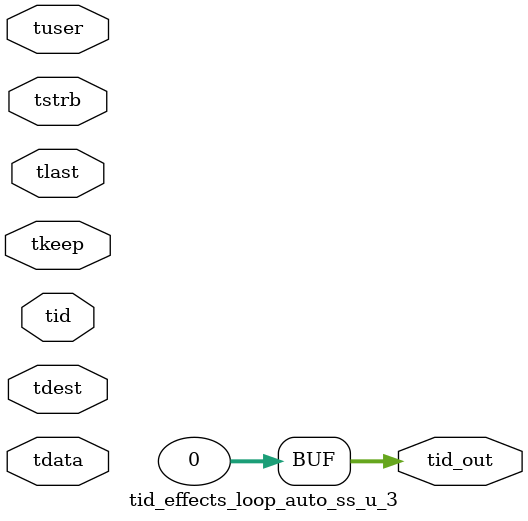
<source format=v>


`timescale 1ps/1ps

module tid_effects_loop_auto_ss_u_3 #
(
parameter C_S_AXIS_TID_WIDTH   = 1,
parameter C_S_AXIS_TUSER_WIDTH = 0,
parameter C_S_AXIS_TDATA_WIDTH = 0,
parameter C_S_AXIS_TDEST_WIDTH = 0,
parameter C_M_AXIS_TID_WIDTH   = 32
)
(
input  [(C_S_AXIS_TID_WIDTH   == 0 ? 1 : C_S_AXIS_TID_WIDTH)-1:0       ] tid,
input  [(C_S_AXIS_TDATA_WIDTH == 0 ? 1 : C_S_AXIS_TDATA_WIDTH)-1:0     ] tdata,
input  [(C_S_AXIS_TUSER_WIDTH == 0 ? 1 : C_S_AXIS_TUSER_WIDTH)-1:0     ] tuser,
input  [(C_S_AXIS_TDEST_WIDTH == 0 ? 1 : C_S_AXIS_TDEST_WIDTH)-1:0     ] tdest,
input  [(C_S_AXIS_TDATA_WIDTH/8)-1:0 ] tkeep,
input  [(C_S_AXIS_TDATA_WIDTH/8)-1:0 ] tstrb,
input                                                                    tlast,
output [(C_M_AXIS_TID_WIDTH   == 0 ? 1 : C_M_AXIS_TID_WIDTH)-1:0       ] tid_out
);

assign tid_out = {1'b0};

endmodule


</source>
